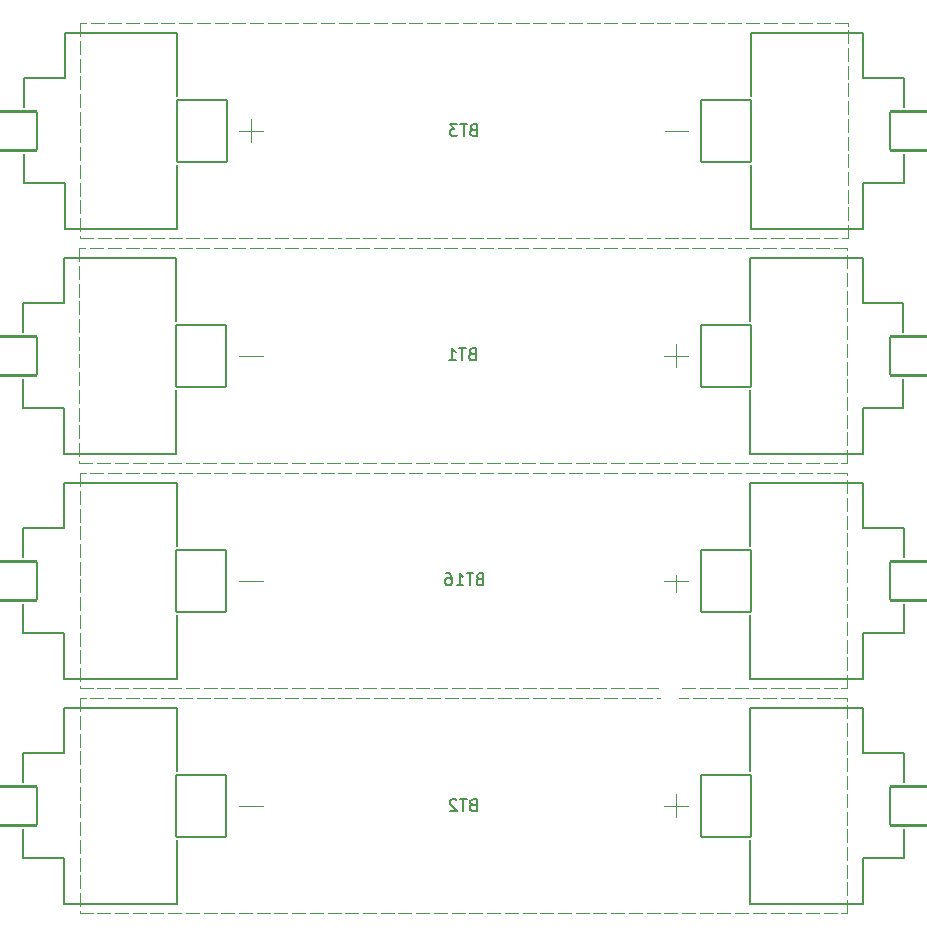
<source format=gbo>
G04 #@! TF.GenerationSoftware,KiCad,Pcbnew,8.0.3*
G04 #@! TF.CreationDate,2025-02-01T16:40:27-06:00*
G04 #@! TF.ProjectId,Batt_Boardv1,42617474-5f42-46f6-9172-6476312e6b69,rev?*
G04 #@! TF.SameCoordinates,Original*
G04 #@! TF.FileFunction,Legend,Bot*
G04 #@! TF.FilePolarity,Positive*
%FSLAX46Y46*%
G04 Gerber Fmt 4.6, Leading zero omitted, Abs format (unit mm)*
G04 Created by KiCad (PCBNEW 8.0.3) date 2025-02-01 16:40:27*
%MOMM*%
%LPD*%
G01*
G04 APERTURE LIST*
G04 Aperture macros list*
%AMRoundRect*
0 Rectangle with rounded corners*
0 $1 Rounding radius*
0 $2 $3 $4 $5 $6 $7 $8 $9 X,Y pos of 4 corners*
0 Add a 4 corners polygon primitive as box body*
4,1,4,$2,$3,$4,$5,$6,$7,$8,$9,$2,$3,0*
0 Add four circle primitives for the rounded corners*
1,1,$1+$1,$2,$3*
1,1,$1+$1,$4,$5*
1,1,$1+$1,$6,$7*
1,1,$1+$1,$8,$9*
0 Add four rect primitives between the rounded corners*
20,1,$1+$1,$2,$3,$4,$5,0*
20,1,$1+$1,$4,$5,$6,$7,0*
20,1,$1+$1,$6,$7,$8,$9,0*
20,1,$1+$1,$8,$9,$2,$3,0*%
G04 Aperture macros list end*
%ADD10C,0.150000*%
%ADD11C,0.127000*%
%ADD12C,0.100000*%
%ADD13C,3.600000*%
%ADD14C,6.400000*%
%ADD15C,2.000000*%
%ADD16R,1.700000X1.700000*%
%ADD17O,1.700000X1.700000*%
%ADD18RoundRect,0.102000X2.120000X1.650000X-2.120000X1.650000X-2.120000X-1.650000X2.120000X-1.650000X0*%
%ADD19RoundRect,0.102000X2.120000X2.600000X-2.120000X2.600000X-2.120000X-2.600000X2.120000X-2.600000X0*%
%ADD20RoundRect,0.102000X-2.120000X-2.600000X2.120000X-2.600000X2.120000X2.600000X-2.120000X2.600000X0*%
%ADD21RoundRect,0.102000X-2.120000X-1.650000X2.120000X-1.650000X2.120000X1.650000X-2.120000X1.650000X0*%
G04 APERTURE END LIST*
D10*
X145593587Y-74226009D02*
X145450730Y-74273628D01*
X145450730Y-74273628D02*
X145403111Y-74321247D01*
X145403111Y-74321247D02*
X145355492Y-74416485D01*
X145355492Y-74416485D02*
X145355492Y-74559342D01*
X145355492Y-74559342D02*
X145403111Y-74654580D01*
X145403111Y-74654580D02*
X145450730Y-74702200D01*
X145450730Y-74702200D02*
X145545968Y-74749819D01*
X145545968Y-74749819D02*
X145926920Y-74749819D01*
X145926920Y-74749819D02*
X145926920Y-73749819D01*
X145926920Y-73749819D02*
X145593587Y-73749819D01*
X145593587Y-73749819D02*
X145498349Y-73797438D01*
X145498349Y-73797438D02*
X145450730Y-73845057D01*
X145450730Y-73845057D02*
X145403111Y-73940295D01*
X145403111Y-73940295D02*
X145403111Y-74035533D01*
X145403111Y-74035533D02*
X145450730Y-74130771D01*
X145450730Y-74130771D02*
X145498349Y-74178390D01*
X145498349Y-74178390D02*
X145593587Y-74226009D01*
X145593587Y-74226009D02*
X145926920Y-74226009D01*
X145069777Y-73749819D02*
X144498349Y-73749819D01*
X144784063Y-74749819D02*
X144784063Y-73749819D01*
X144260253Y-73749819D02*
X143641206Y-73749819D01*
X143641206Y-73749819D02*
X143974539Y-74130771D01*
X143974539Y-74130771D02*
X143831682Y-74130771D01*
X143831682Y-74130771D02*
X143736444Y-74178390D01*
X143736444Y-74178390D02*
X143688825Y-74226009D01*
X143688825Y-74226009D02*
X143641206Y-74321247D01*
X143641206Y-74321247D02*
X143641206Y-74559342D01*
X143641206Y-74559342D02*
X143688825Y-74654580D01*
X143688825Y-74654580D02*
X143736444Y-74702200D01*
X143736444Y-74702200D02*
X143831682Y-74749819D01*
X143831682Y-74749819D02*
X144117396Y-74749819D01*
X144117396Y-74749819D02*
X144212634Y-74702200D01*
X144212634Y-74702200D02*
X144260253Y-74654580D01*
X145565714Y-131376009D02*
X145422857Y-131423628D01*
X145422857Y-131423628D02*
X145375238Y-131471247D01*
X145375238Y-131471247D02*
X145327619Y-131566485D01*
X145327619Y-131566485D02*
X145327619Y-131709342D01*
X145327619Y-131709342D02*
X145375238Y-131804580D01*
X145375238Y-131804580D02*
X145422857Y-131852200D01*
X145422857Y-131852200D02*
X145518095Y-131899819D01*
X145518095Y-131899819D02*
X145899047Y-131899819D01*
X145899047Y-131899819D02*
X145899047Y-130899819D01*
X145899047Y-130899819D02*
X145565714Y-130899819D01*
X145565714Y-130899819D02*
X145470476Y-130947438D01*
X145470476Y-130947438D02*
X145422857Y-130995057D01*
X145422857Y-130995057D02*
X145375238Y-131090295D01*
X145375238Y-131090295D02*
X145375238Y-131185533D01*
X145375238Y-131185533D02*
X145422857Y-131280771D01*
X145422857Y-131280771D02*
X145470476Y-131328390D01*
X145470476Y-131328390D02*
X145565714Y-131376009D01*
X145565714Y-131376009D02*
X145899047Y-131376009D01*
X145041904Y-130899819D02*
X144470476Y-130899819D01*
X144756190Y-131899819D02*
X144756190Y-130899819D01*
X144184761Y-130995057D02*
X144137142Y-130947438D01*
X144137142Y-130947438D02*
X144041904Y-130899819D01*
X144041904Y-130899819D02*
X143803809Y-130899819D01*
X143803809Y-130899819D02*
X143708571Y-130947438D01*
X143708571Y-130947438D02*
X143660952Y-130995057D01*
X143660952Y-130995057D02*
X143613333Y-131090295D01*
X143613333Y-131090295D02*
X143613333Y-131185533D01*
X143613333Y-131185533D02*
X143660952Y-131328390D01*
X143660952Y-131328390D02*
X144232380Y-131899819D01*
X144232380Y-131899819D02*
X143613333Y-131899819D01*
X146143504Y-112249809D02*
X146000647Y-112297428D01*
X146000647Y-112297428D02*
X145953028Y-112345047D01*
X145953028Y-112345047D02*
X145905409Y-112440285D01*
X145905409Y-112440285D02*
X145905409Y-112583142D01*
X145905409Y-112583142D02*
X145953028Y-112678380D01*
X145953028Y-112678380D02*
X146000647Y-112726000D01*
X146000647Y-112726000D02*
X146095885Y-112773619D01*
X146095885Y-112773619D02*
X146476837Y-112773619D01*
X146476837Y-112773619D02*
X146476837Y-111773619D01*
X146476837Y-111773619D02*
X146143504Y-111773619D01*
X146143504Y-111773619D02*
X146048266Y-111821238D01*
X146048266Y-111821238D02*
X146000647Y-111868857D01*
X146000647Y-111868857D02*
X145953028Y-111964095D01*
X145953028Y-111964095D02*
X145953028Y-112059333D01*
X145953028Y-112059333D02*
X146000647Y-112154571D01*
X146000647Y-112154571D02*
X146048266Y-112202190D01*
X146048266Y-112202190D02*
X146143504Y-112249809D01*
X146143504Y-112249809D02*
X146476837Y-112249809D01*
X145619694Y-111773619D02*
X145048266Y-111773619D01*
X145333980Y-112773619D02*
X145333980Y-111773619D01*
X144191123Y-112773619D02*
X144762551Y-112773619D01*
X144476837Y-112773619D02*
X144476837Y-111773619D01*
X144476837Y-111773619D02*
X144572075Y-111916476D01*
X144572075Y-111916476D02*
X144667313Y-112011714D01*
X144667313Y-112011714D02*
X144762551Y-112059333D01*
X143333980Y-111773619D02*
X143524456Y-111773619D01*
X143524456Y-111773619D02*
X143619694Y-111821238D01*
X143619694Y-111821238D02*
X143667313Y-111868857D01*
X143667313Y-111868857D02*
X143762551Y-112011714D01*
X143762551Y-112011714D02*
X143810170Y-112202190D01*
X143810170Y-112202190D02*
X143810170Y-112583142D01*
X143810170Y-112583142D02*
X143762551Y-112678380D01*
X143762551Y-112678380D02*
X143714932Y-112726000D01*
X143714932Y-112726000D02*
X143619694Y-112773619D01*
X143619694Y-112773619D02*
X143429218Y-112773619D01*
X143429218Y-112773619D02*
X143333980Y-112726000D01*
X143333980Y-112726000D02*
X143286361Y-112678380D01*
X143286361Y-112678380D02*
X143238742Y-112583142D01*
X143238742Y-112583142D02*
X143238742Y-112345047D01*
X143238742Y-112345047D02*
X143286361Y-112249809D01*
X143286361Y-112249809D02*
X143333980Y-112202190D01*
X143333980Y-112202190D02*
X143429218Y-112154571D01*
X143429218Y-112154571D02*
X143619694Y-112154571D01*
X143619694Y-112154571D02*
X143714932Y-112202190D01*
X143714932Y-112202190D02*
X143762551Y-112249809D01*
X143762551Y-112249809D02*
X143810170Y-112345047D01*
X145489514Y-93199809D02*
X145346657Y-93247428D01*
X145346657Y-93247428D02*
X145299038Y-93295047D01*
X145299038Y-93295047D02*
X145251419Y-93390285D01*
X145251419Y-93390285D02*
X145251419Y-93533142D01*
X145251419Y-93533142D02*
X145299038Y-93628380D01*
X145299038Y-93628380D02*
X145346657Y-93676000D01*
X145346657Y-93676000D02*
X145441895Y-93723619D01*
X145441895Y-93723619D02*
X145822847Y-93723619D01*
X145822847Y-93723619D02*
X145822847Y-92723619D01*
X145822847Y-92723619D02*
X145489514Y-92723619D01*
X145489514Y-92723619D02*
X145394276Y-92771238D01*
X145394276Y-92771238D02*
X145346657Y-92818857D01*
X145346657Y-92818857D02*
X145299038Y-92914095D01*
X145299038Y-92914095D02*
X145299038Y-93009333D01*
X145299038Y-93009333D02*
X145346657Y-93104571D01*
X145346657Y-93104571D02*
X145394276Y-93152190D01*
X145394276Y-93152190D02*
X145489514Y-93199809D01*
X145489514Y-93199809D02*
X145822847Y-93199809D01*
X144965704Y-92723619D02*
X144394276Y-92723619D01*
X144679990Y-93723619D02*
X144679990Y-92723619D01*
X143537133Y-93723619D02*
X144108561Y-93723619D01*
X143822847Y-93723619D02*
X143822847Y-92723619D01*
X143822847Y-92723619D02*
X143918085Y-92866476D01*
X143918085Y-92866476D02*
X144013323Y-92961714D01*
X144013323Y-92961714D02*
X144108561Y-93009333D01*
D11*
X107539230Y-69850000D02*
X111009230Y-69850000D01*
X107539230Y-72325000D02*
X107539230Y-69850000D01*
X107539230Y-76265000D02*
X107539230Y-78740000D01*
X111009230Y-65990000D02*
X120539230Y-65990000D01*
X111009230Y-69850000D02*
X111009230Y-65990000D01*
X111009230Y-78740000D02*
X107539230Y-78740000D01*
X111009230Y-82600000D02*
X111009230Y-78740000D01*
X120539230Y-65990000D02*
X120539230Y-71375000D01*
X120539230Y-77215000D02*
X120539230Y-82600000D01*
X120539230Y-82600000D02*
X111009230Y-82600000D01*
D12*
X126807873Y-73295000D02*
X126807873Y-75295000D01*
X127807873Y-74295000D02*
X125807873Y-74295000D01*
X163807873Y-74295000D02*
X161807873Y-74295000D01*
D11*
X169101542Y-65987424D02*
X178631542Y-65987424D01*
X169101542Y-71372424D02*
X169101542Y-65987424D01*
X169101542Y-82597424D02*
X169101542Y-77212424D01*
X178631542Y-65987424D02*
X178631542Y-69847424D01*
X178631542Y-69847424D02*
X182101542Y-69847424D01*
X178631542Y-78737424D02*
X178631542Y-82597424D01*
X178631542Y-82597424D02*
X169101542Y-82597424D01*
X182101542Y-72322424D02*
X182101542Y-69847424D01*
X182101542Y-76262424D02*
X182101542Y-78737424D01*
X182101542Y-78737424D02*
X178631542Y-78737424D01*
D12*
X177307873Y-65195000D02*
X176207873Y-65195000D01*
X175807873Y-65195000D02*
X174707873Y-65195000D01*
X174307873Y-65195000D02*
X173207873Y-65195000D01*
X172807873Y-65195000D02*
X171707873Y-65195000D01*
X171307873Y-65195000D02*
X170207873Y-65195000D01*
X169807873Y-65195000D02*
X168707873Y-65195000D01*
X168307873Y-65195000D02*
X167207873Y-65195000D01*
X166807873Y-65195000D02*
X165707873Y-65195000D01*
X165307873Y-65195000D02*
X164207873Y-65195000D01*
X163807873Y-65195000D02*
X162707873Y-65195000D01*
X162307873Y-65195000D02*
X161207873Y-65195000D01*
X160807873Y-65195000D02*
X159707873Y-65195000D01*
X159307873Y-65195000D02*
X158207873Y-65195000D01*
X157807873Y-65195000D02*
X156707873Y-65195000D01*
X156307873Y-65195000D02*
X155207873Y-65195000D01*
X154807873Y-65195000D02*
X153707873Y-65195000D01*
X153307873Y-65195000D02*
X152207873Y-65195000D01*
X151807873Y-65195000D02*
X150707873Y-65195000D01*
X150307873Y-65195000D02*
X149207873Y-65195000D01*
X148807873Y-65195000D02*
X147707873Y-65195000D01*
X147307873Y-65195000D02*
X146207873Y-65195000D01*
X145807873Y-65195000D02*
X144707873Y-65195000D01*
X144307873Y-65195000D02*
X143207873Y-65195000D01*
X142807873Y-65195000D02*
X141707873Y-65195000D01*
X141307873Y-65195000D02*
X140207873Y-65195000D01*
X139807873Y-65195000D02*
X138707873Y-65195000D01*
X138307873Y-65195000D02*
X137207873Y-65195000D01*
X136807873Y-65195000D02*
X135707873Y-65195000D01*
X135307873Y-65195000D02*
X134207873Y-65195000D01*
X133807873Y-65195000D02*
X132707873Y-65195000D01*
X132307873Y-65195000D02*
X131207873Y-65195000D01*
X130807873Y-65195000D02*
X129707873Y-65195000D01*
X129307873Y-65195000D02*
X128207873Y-65195000D01*
X127807873Y-65195000D02*
X126707873Y-65195000D01*
X126307873Y-65195000D02*
X125207873Y-65195000D01*
X124807873Y-65195000D02*
X123707873Y-65195000D01*
X123307873Y-65195000D02*
X122207873Y-65195000D01*
X121807873Y-65195000D02*
X120707873Y-65195000D01*
X120307873Y-65195000D02*
X119207873Y-65195000D01*
X118807873Y-65195000D02*
X117707873Y-65195000D01*
X117307873Y-65195000D02*
X116207873Y-65195000D01*
X115807873Y-65195000D02*
X114707873Y-65195000D01*
X114307873Y-65195000D02*
X113207873Y-65195000D01*
X112807873Y-65195000D02*
X112307873Y-65195000D01*
X112307873Y-65195000D02*
X112307873Y-66295000D01*
X112307873Y-66695000D02*
X112307873Y-67795000D01*
X112307873Y-68195000D02*
X112307873Y-69295000D01*
X112307873Y-69695000D02*
X112307873Y-70795000D01*
X112307873Y-71195000D02*
X112307873Y-72295000D01*
X112307873Y-72695000D02*
X112307873Y-73795000D01*
X112307873Y-74195000D02*
X112307873Y-75295000D01*
X112307873Y-75695000D02*
X112307873Y-76795000D01*
X112307873Y-77195000D02*
X112307873Y-78295000D01*
X112307873Y-78695000D02*
X112307873Y-79795000D01*
X112307873Y-80195000D02*
X112307873Y-81295000D01*
X112307873Y-81695000D02*
X112307873Y-82795000D01*
X112307873Y-83195000D02*
X112307873Y-83395000D01*
X112307873Y-83395000D02*
X113407873Y-83395000D01*
X113807873Y-83395000D02*
X114907873Y-83395000D01*
X115307873Y-83395000D02*
X116407873Y-83395000D01*
X116807873Y-83395000D02*
X117907873Y-83395000D01*
X118307873Y-83395000D02*
X119407873Y-83395000D01*
X119807873Y-83395000D02*
X120907873Y-83395000D01*
X121307873Y-83395000D02*
X122407873Y-83395000D01*
X122807873Y-83395000D02*
X123907873Y-83395000D01*
X124307873Y-83395000D02*
X125407873Y-83395000D01*
X125807873Y-83395000D02*
X126907873Y-83395000D01*
X127307873Y-83395000D02*
X128407873Y-83395000D01*
X128807873Y-83395000D02*
X129907873Y-83395000D01*
X130307873Y-83395000D02*
X131407873Y-83395000D01*
X131807873Y-83395000D02*
X132907873Y-83395000D01*
X133307873Y-83395000D02*
X134407873Y-83395000D01*
X134807873Y-83395000D02*
X135907873Y-83395000D01*
X136307873Y-83395000D02*
X137407873Y-83395000D01*
X137807873Y-83395000D02*
X138907873Y-83395000D01*
X139307873Y-83395000D02*
X140407873Y-83395000D01*
X140807873Y-83395000D02*
X141907873Y-83395000D01*
X142307873Y-83395000D02*
X143407873Y-83395000D01*
X143807873Y-83395000D02*
X144907873Y-83395000D01*
X145307873Y-83395000D02*
X146407873Y-83395000D01*
X146807873Y-83395000D02*
X147907873Y-83395000D01*
X148307873Y-83395000D02*
X149407873Y-83395000D01*
X149807873Y-83395000D02*
X150907873Y-83395000D01*
X151307873Y-83395000D02*
X152407873Y-83395000D01*
X152807873Y-83395000D02*
X153907873Y-83395000D01*
X154307873Y-83395000D02*
X155407873Y-83395000D01*
X155807873Y-83395000D02*
X156907873Y-83395000D01*
X157307873Y-83395000D02*
X158407873Y-83395000D01*
X158807873Y-83395000D02*
X159907873Y-83395000D01*
X160307873Y-83395000D02*
X161407873Y-83395000D01*
X161807873Y-83395000D02*
X162907873Y-83395000D01*
X163307873Y-83395000D02*
X164407873Y-83395000D01*
X164807873Y-83395000D02*
X165907873Y-83395000D01*
X166307873Y-83395000D02*
X167407873Y-83395000D01*
X167807873Y-83395000D02*
X168907873Y-83395000D01*
X169307873Y-83395000D02*
X170407873Y-83395000D01*
X170807873Y-83395000D02*
X171907873Y-83395000D01*
X172307873Y-83395000D02*
X173407873Y-83395000D01*
X173807873Y-83395000D02*
X174907873Y-83395000D01*
X175307873Y-83395000D02*
X176407873Y-83395000D01*
X176807873Y-83395000D02*
X177307873Y-83395000D01*
X177307873Y-83395000D02*
X177307873Y-82295000D01*
X177307873Y-81895000D02*
X177307873Y-80795000D01*
X177307873Y-80395000D02*
X177307873Y-79295000D01*
X177307873Y-78895000D02*
X177307873Y-77795000D01*
X177307873Y-77395000D02*
X177307873Y-76295000D01*
X177307873Y-75895000D02*
X177307873Y-74795000D01*
X177307873Y-74395000D02*
X177307873Y-73295000D01*
X177307873Y-72895000D02*
X177307873Y-71795000D01*
X177307873Y-71395000D02*
X177307873Y-70295000D01*
X177307873Y-69895000D02*
X177307873Y-68795000D01*
X177307873Y-68395000D02*
X177307873Y-67295000D01*
X177307873Y-66895000D02*
X177307873Y-65795000D01*
X177307873Y-65395000D02*
X177307873Y-65195000D01*
D11*
X107486331Y-127002576D02*
X110956331Y-127002576D01*
X107486331Y-129477576D02*
X107486331Y-127002576D01*
X107486331Y-133417576D02*
X107486331Y-135892576D01*
X110956331Y-123142576D02*
X120486331Y-123142576D01*
X110956331Y-127002576D02*
X110956331Y-123142576D01*
X110956331Y-135892576D02*
X107486331Y-135892576D01*
X110956331Y-139752576D02*
X110956331Y-135892576D01*
X120486331Y-123142576D02*
X120486331Y-128527576D01*
X120486331Y-134367576D02*
X120486331Y-139752576D01*
X120486331Y-139752576D02*
X110956331Y-139752576D01*
D12*
X125780000Y-131445000D02*
X127780000Y-131445000D01*
X161780000Y-131445000D02*
X163780000Y-131445000D01*
X162780000Y-132445000D02*
X162780000Y-130445000D01*
D11*
X169048643Y-123140000D02*
X178578643Y-123140000D01*
X169048643Y-128525000D02*
X169048643Y-123140000D01*
X169048643Y-139750000D02*
X169048643Y-134365000D01*
X178578643Y-123140000D02*
X178578643Y-127000000D01*
X178578643Y-127000000D02*
X182048643Y-127000000D01*
X178578643Y-135890000D02*
X178578643Y-139750000D01*
X178578643Y-139750000D02*
X169048643Y-139750000D01*
X182048643Y-129475000D02*
X182048643Y-127000000D01*
X182048643Y-133415000D02*
X182048643Y-135890000D01*
X182048643Y-135890000D02*
X178578643Y-135890000D01*
D12*
X112280000Y-140545000D02*
X113380000Y-140545000D01*
X113780000Y-140545000D02*
X114880000Y-140545000D01*
X115280000Y-140545000D02*
X116380000Y-140545000D01*
X116780000Y-140545000D02*
X117880000Y-140545000D01*
X118280000Y-140545000D02*
X119380000Y-140545000D01*
X119780000Y-140545000D02*
X120880000Y-140545000D01*
X121280000Y-140545000D02*
X122380000Y-140545000D01*
X122780000Y-140545000D02*
X123880000Y-140545000D01*
X124280000Y-140545000D02*
X125380000Y-140545000D01*
X125780000Y-140545000D02*
X126880000Y-140545000D01*
X127280000Y-140545000D02*
X128380000Y-140545000D01*
X128780000Y-140545000D02*
X129880000Y-140545000D01*
X130280000Y-140545000D02*
X131380000Y-140545000D01*
X131780000Y-140545000D02*
X132880000Y-140545000D01*
X133280000Y-140545000D02*
X134380000Y-140545000D01*
X134780000Y-140545000D02*
X135880000Y-140545000D01*
X136280000Y-140545000D02*
X137380000Y-140545000D01*
X137780000Y-140545000D02*
X138880000Y-140545000D01*
X139280000Y-140545000D02*
X140380000Y-140545000D01*
X140780000Y-140545000D02*
X141880000Y-140545000D01*
X142280000Y-140545000D02*
X143380000Y-140545000D01*
X143780000Y-140545000D02*
X144880000Y-140545000D01*
X145280000Y-140545000D02*
X146380000Y-140545000D01*
X146780000Y-140545000D02*
X147880000Y-140545000D01*
X148280000Y-140545000D02*
X149380000Y-140545000D01*
X149780000Y-140545000D02*
X150880000Y-140545000D01*
X151280000Y-140545000D02*
X152380000Y-140545000D01*
X152780000Y-140545000D02*
X153880000Y-140545000D01*
X154280000Y-140545000D02*
X155380000Y-140545000D01*
X155780000Y-140545000D02*
X156880000Y-140545000D01*
X157280000Y-140545000D02*
X158380000Y-140545000D01*
X158780000Y-140545000D02*
X159880000Y-140545000D01*
X160280000Y-140545000D02*
X161380000Y-140545000D01*
X161780000Y-140545000D02*
X162880000Y-140545000D01*
X163280000Y-140545000D02*
X164380000Y-140545000D01*
X164780000Y-140545000D02*
X165880000Y-140545000D01*
X166280000Y-140545000D02*
X167380000Y-140545000D01*
X167780000Y-140545000D02*
X168880000Y-140545000D01*
X169280000Y-140545000D02*
X170380000Y-140545000D01*
X170780000Y-140545000D02*
X171880000Y-140545000D01*
X172280000Y-140545000D02*
X173380000Y-140545000D01*
X173780000Y-140545000D02*
X174880000Y-140545000D01*
X175280000Y-140545000D02*
X176380000Y-140545000D01*
X176780000Y-140545000D02*
X177280000Y-140545000D01*
X177280000Y-140545000D02*
X177280000Y-139445000D01*
X177280000Y-139045000D02*
X177280000Y-137945000D01*
X177280000Y-137545000D02*
X177280000Y-136445000D01*
X177280000Y-136045000D02*
X177280000Y-134945000D01*
X177280000Y-134545000D02*
X177280000Y-133445000D01*
X177280000Y-133045000D02*
X177280000Y-131945000D01*
X177280000Y-131545000D02*
X177280000Y-130445000D01*
X177280000Y-130045000D02*
X177280000Y-128945000D01*
X177280000Y-128545000D02*
X177280000Y-127445000D01*
X177280000Y-127045000D02*
X177280000Y-125945000D01*
X177280000Y-125545000D02*
X177280000Y-124445000D01*
X177280000Y-124045000D02*
X177280000Y-122945000D01*
X177280000Y-122545000D02*
X177280000Y-122345000D01*
X177280000Y-122345000D02*
X176180000Y-122345000D01*
X175780000Y-122345000D02*
X174680000Y-122345000D01*
X174280000Y-122345000D02*
X173180000Y-122345000D01*
X172780000Y-122345000D02*
X171680000Y-122345000D01*
X171280000Y-122345000D02*
X170180000Y-122345000D01*
X169780000Y-122345000D02*
X168680000Y-122345000D01*
X168280000Y-122345000D02*
X167180000Y-122345000D01*
X166780000Y-122345000D02*
X165680000Y-122345000D01*
X165280000Y-122345000D02*
X164180000Y-122345000D01*
X163780000Y-122345000D02*
X162680000Y-122345000D01*
X162280000Y-122345000D02*
X161180000Y-122345000D01*
X160780000Y-122345000D02*
X159680000Y-122345000D01*
X159280000Y-122345000D02*
X158180000Y-122345000D01*
X157780000Y-122345000D02*
X156680000Y-122345000D01*
X156280000Y-122345000D02*
X155180000Y-122345000D01*
X154780000Y-122345000D02*
X153680000Y-122345000D01*
X153280000Y-122345000D02*
X152180000Y-122345000D01*
X151780000Y-122345000D02*
X150680000Y-122345000D01*
X150280000Y-122345000D02*
X149180000Y-122345000D01*
X148780000Y-122345000D02*
X147680000Y-122345000D01*
X147280000Y-122345000D02*
X146180000Y-122345000D01*
X145780000Y-122345000D02*
X144680000Y-122345000D01*
X144280000Y-122345000D02*
X143180000Y-122345000D01*
X142780000Y-122345000D02*
X141680000Y-122345000D01*
X141280000Y-122345000D02*
X140180000Y-122345000D01*
X139780000Y-122345000D02*
X138680000Y-122345000D01*
X138280000Y-122345000D02*
X137180000Y-122345000D01*
X136780000Y-122345000D02*
X135680000Y-122345000D01*
X135280000Y-122345000D02*
X134180000Y-122345000D01*
X133780000Y-122345000D02*
X132680000Y-122345000D01*
X132280000Y-122345000D02*
X131180000Y-122345000D01*
X130780000Y-122345000D02*
X129680000Y-122345000D01*
X129280000Y-122345000D02*
X128180000Y-122345000D01*
X127780000Y-122345000D02*
X126680000Y-122345000D01*
X126280000Y-122345000D02*
X125180000Y-122345000D01*
X124780000Y-122345000D02*
X123680000Y-122345000D01*
X123280000Y-122345000D02*
X122180000Y-122345000D01*
X121780000Y-122345000D02*
X120680000Y-122345000D01*
X120280000Y-122345000D02*
X119180000Y-122345000D01*
X118780000Y-122345000D02*
X117680000Y-122345000D01*
X117280000Y-122345000D02*
X116180000Y-122345000D01*
X115780000Y-122345000D02*
X114680000Y-122345000D01*
X114280000Y-122345000D02*
X113180000Y-122345000D01*
X112780000Y-122345000D02*
X112280000Y-122345000D01*
X112280000Y-122345000D02*
X112280000Y-123445000D01*
X112280000Y-123845000D02*
X112280000Y-124945000D01*
X112280000Y-125345000D02*
X112280000Y-126445000D01*
X112280000Y-126845000D02*
X112280000Y-127945000D01*
X112280000Y-128345000D02*
X112280000Y-129445000D01*
X112280000Y-129845000D02*
X112280000Y-130945000D01*
X112280000Y-131345000D02*
X112280000Y-132445000D01*
X112280000Y-132845000D02*
X112280000Y-133945000D01*
X112280000Y-134345000D02*
X112280000Y-135445000D01*
X112280000Y-135845000D02*
X112280000Y-136945000D01*
X112280000Y-137345000D02*
X112280000Y-138445000D01*
X112280000Y-138845000D02*
X112280000Y-139945000D01*
X112280000Y-140345000D02*
X112280000Y-140545000D01*
D11*
X107487794Y-107950000D02*
X110957794Y-107950000D01*
X107487794Y-110425000D02*
X107487794Y-107950000D01*
X107487794Y-114365000D02*
X107487794Y-116840000D01*
X110957794Y-104090000D02*
X120487794Y-104090000D01*
X110957794Y-107950000D02*
X110957794Y-104090000D01*
X110957794Y-116840000D02*
X107487794Y-116840000D01*
X110957794Y-120700000D02*
X110957794Y-116840000D01*
X120487794Y-104090000D02*
X120487794Y-109475000D01*
X120487794Y-115315000D02*
X120487794Y-120700000D01*
X120487794Y-120700000D02*
X110957794Y-120700000D01*
D12*
X125781463Y-112392424D02*
X127781463Y-112392424D01*
X161781463Y-112392424D02*
X163781463Y-112392424D01*
X162781463Y-113392424D02*
X162781463Y-111392424D01*
D11*
X169050106Y-104087424D02*
X178580106Y-104087424D01*
X169050106Y-109472424D02*
X169050106Y-104087424D01*
X169050106Y-120697424D02*
X169050106Y-115312424D01*
X178580106Y-104087424D02*
X178580106Y-107947424D01*
X178580106Y-107947424D02*
X182050106Y-107947424D01*
X178580106Y-116837424D02*
X178580106Y-120697424D01*
X178580106Y-120697424D02*
X169050106Y-120697424D01*
X182050106Y-110422424D02*
X182050106Y-107947424D01*
X182050106Y-114362424D02*
X182050106Y-116837424D01*
X182050106Y-116837424D02*
X178580106Y-116837424D01*
D12*
X112281463Y-121492424D02*
X113381463Y-121492424D01*
X113781463Y-121492424D02*
X114881463Y-121492424D01*
X115281463Y-121492424D02*
X116381463Y-121492424D01*
X116781463Y-121492424D02*
X117881463Y-121492424D01*
X118281463Y-121492424D02*
X119381463Y-121492424D01*
X119781463Y-121492424D02*
X120881463Y-121492424D01*
X121281463Y-121492424D02*
X122381463Y-121492424D01*
X122781463Y-121492424D02*
X123881463Y-121492424D01*
X124281463Y-121492424D02*
X125381463Y-121492424D01*
X125781463Y-121492424D02*
X126881463Y-121492424D01*
X127281463Y-121492424D02*
X128381463Y-121492424D01*
X128781463Y-121492424D02*
X129881463Y-121492424D01*
X130281463Y-121492424D02*
X131381463Y-121492424D01*
X131781463Y-121492424D02*
X132881463Y-121492424D01*
X133281463Y-121492424D02*
X134381463Y-121492424D01*
X134781463Y-121492424D02*
X135881463Y-121492424D01*
X136281463Y-121492424D02*
X137381463Y-121492424D01*
X137781463Y-121492424D02*
X138881463Y-121492424D01*
X139281463Y-121492424D02*
X140381463Y-121492424D01*
X140781463Y-121492424D02*
X141881463Y-121492424D01*
X142281463Y-121492424D02*
X143381463Y-121492424D01*
X143781463Y-121492424D02*
X144881463Y-121492424D01*
X145281463Y-121492424D02*
X146381463Y-121492424D01*
X146781463Y-121492424D02*
X147881463Y-121492424D01*
X148281463Y-121492424D02*
X149381463Y-121492424D01*
X149781463Y-121492424D02*
X150881463Y-121492424D01*
X151281463Y-121492424D02*
X152381463Y-121492424D01*
X152781463Y-121492424D02*
X153881463Y-121492424D01*
X154281463Y-121492424D02*
X155381463Y-121492424D01*
X155781463Y-121492424D02*
X156881463Y-121492424D01*
X157281463Y-121492424D02*
X158381463Y-121492424D01*
X158781463Y-121492424D02*
X159881463Y-121492424D01*
X160281463Y-121492424D02*
X161381463Y-121492424D01*
X161781463Y-121492424D02*
X162881463Y-121492424D01*
X163281463Y-121492424D02*
X164381463Y-121492424D01*
X164781463Y-121492424D02*
X165881463Y-121492424D01*
X166281463Y-121492424D02*
X167381463Y-121492424D01*
X167781463Y-121492424D02*
X168881463Y-121492424D01*
X169281463Y-121492424D02*
X170381463Y-121492424D01*
X170781463Y-121492424D02*
X171881463Y-121492424D01*
X172281463Y-121492424D02*
X173381463Y-121492424D01*
X173781463Y-121492424D02*
X174881463Y-121492424D01*
X175281463Y-121492424D02*
X176381463Y-121492424D01*
X176781463Y-121492424D02*
X177281463Y-121492424D01*
X177281463Y-121492424D02*
X177281463Y-120392424D01*
X177281463Y-119992424D02*
X177281463Y-118892424D01*
X177281463Y-118492424D02*
X177281463Y-117392424D01*
X177281463Y-116992424D02*
X177281463Y-115892424D01*
X177281463Y-115492424D02*
X177281463Y-114392424D01*
X177281463Y-113992424D02*
X177281463Y-112892424D01*
X177281463Y-112492424D02*
X177281463Y-111392424D01*
X177281463Y-110992424D02*
X177281463Y-109892424D01*
X177281463Y-109492424D02*
X177281463Y-108392424D01*
X177281463Y-107992424D02*
X177281463Y-106892424D01*
X177281463Y-106492424D02*
X177281463Y-105392424D01*
X177281463Y-104992424D02*
X177281463Y-103892424D01*
X177281463Y-103492424D02*
X177281463Y-103292424D01*
X177281463Y-103292424D02*
X176181463Y-103292424D01*
X175781463Y-103292424D02*
X174681463Y-103292424D01*
X174281463Y-103292424D02*
X173181463Y-103292424D01*
X172781463Y-103292424D02*
X171681463Y-103292424D01*
X171281463Y-103292424D02*
X170181463Y-103292424D01*
X169781463Y-103292424D02*
X168681463Y-103292424D01*
X168281463Y-103292424D02*
X167181463Y-103292424D01*
X166781463Y-103292424D02*
X165681463Y-103292424D01*
X165281463Y-103292424D02*
X164181463Y-103292424D01*
X163781463Y-103292424D02*
X162681463Y-103292424D01*
X162281463Y-103292424D02*
X161181463Y-103292424D01*
X160781463Y-103292424D02*
X159681463Y-103292424D01*
X159281463Y-103292424D02*
X158181463Y-103292424D01*
X157781463Y-103292424D02*
X156681463Y-103292424D01*
X156281463Y-103292424D02*
X155181463Y-103292424D01*
X154781463Y-103292424D02*
X153681463Y-103292424D01*
X153281463Y-103292424D02*
X152181463Y-103292424D01*
X151781463Y-103292424D02*
X150681463Y-103292424D01*
X150281463Y-103292424D02*
X149181463Y-103292424D01*
X148781463Y-103292424D02*
X147681463Y-103292424D01*
X147281463Y-103292424D02*
X146181463Y-103292424D01*
X145781463Y-103292424D02*
X144681463Y-103292424D01*
X144281463Y-103292424D02*
X143181463Y-103292424D01*
X142781463Y-103292424D02*
X141681463Y-103292424D01*
X141281463Y-103292424D02*
X140181463Y-103292424D01*
X139781463Y-103292424D02*
X138681463Y-103292424D01*
X138281463Y-103292424D02*
X137181463Y-103292424D01*
X136781463Y-103292424D02*
X135681463Y-103292424D01*
X135281463Y-103292424D02*
X134181463Y-103292424D01*
X133781463Y-103292424D02*
X132681463Y-103292424D01*
X132281463Y-103292424D02*
X131181463Y-103292424D01*
X130781463Y-103292424D02*
X129681463Y-103292424D01*
X129281463Y-103292424D02*
X128181463Y-103292424D01*
X127781463Y-103292424D02*
X126681463Y-103292424D01*
X126281463Y-103292424D02*
X125181463Y-103292424D01*
X124781463Y-103292424D02*
X123681463Y-103292424D01*
X123281463Y-103292424D02*
X122181463Y-103292424D01*
X121781463Y-103292424D02*
X120681463Y-103292424D01*
X120281463Y-103292424D02*
X119181463Y-103292424D01*
X118781463Y-103292424D02*
X117681463Y-103292424D01*
X117281463Y-103292424D02*
X116181463Y-103292424D01*
X115781463Y-103292424D02*
X114681463Y-103292424D01*
X114281463Y-103292424D02*
X113181463Y-103292424D01*
X112781463Y-103292424D02*
X112281463Y-103292424D01*
X112281463Y-103292424D02*
X112281463Y-104392424D01*
X112281463Y-104792424D02*
X112281463Y-105892424D01*
X112281463Y-106292424D02*
X112281463Y-107392424D01*
X112281463Y-107792424D02*
X112281463Y-108892424D01*
X112281463Y-109292424D02*
X112281463Y-110392424D01*
X112281463Y-110792424D02*
X112281463Y-111892424D01*
X112281463Y-112292424D02*
X112281463Y-113392424D01*
X112281463Y-113792424D02*
X112281463Y-114892424D01*
X112281463Y-115292424D02*
X112281463Y-116392424D01*
X112281463Y-116792424D02*
X112281463Y-117892424D01*
X112281463Y-118292424D02*
X112281463Y-119392424D01*
X112281463Y-119792424D02*
X112281463Y-120892424D01*
X112281463Y-121292424D02*
X112281463Y-121492424D01*
D11*
X107473555Y-88900000D02*
X110943555Y-88900000D01*
X107473555Y-91375000D02*
X107473555Y-88900000D01*
X107473555Y-95315000D02*
X107473555Y-97790000D01*
X110943555Y-85040000D02*
X120473555Y-85040000D01*
X110943555Y-88900000D02*
X110943555Y-85040000D01*
X110943555Y-97790000D02*
X107473555Y-97790000D01*
X110943555Y-101650000D02*
X110943555Y-97790000D01*
X120473555Y-85040000D02*
X120473555Y-90425000D01*
X120473555Y-96265000D02*
X120473555Y-101650000D01*
X120473555Y-101650000D02*
X110943555Y-101650000D01*
D12*
X125767224Y-93342424D02*
X127767224Y-93342424D01*
X161767224Y-93342424D02*
X163767224Y-93342424D01*
X162767224Y-94342424D02*
X162767224Y-92342424D01*
D11*
X169035867Y-85037424D02*
X178565867Y-85037424D01*
X169035867Y-90422424D02*
X169035867Y-85037424D01*
X169035867Y-101647424D02*
X169035867Y-96262424D01*
X178565867Y-85037424D02*
X178565867Y-88897424D01*
X178565867Y-88897424D02*
X182035867Y-88897424D01*
X178565867Y-97787424D02*
X178565867Y-101647424D01*
X178565867Y-101647424D02*
X169035867Y-101647424D01*
X182035867Y-91372424D02*
X182035867Y-88897424D01*
X182035867Y-95312424D02*
X182035867Y-97787424D01*
X182035867Y-97787424D02*
X178565867Y-97787424D01*
D12*
X112267224Y-102442424D02*
X113367224Y-102442424D01*
X113767224Y-102442424D02*
X114867224Y-102442424D01*
X115267224Y-102442424D02*
X116367224Y-102442424D01*
X116767224Y-102442424D02*
X117867224Y-102442424D01*
X118267224Y-102442424D02*
X119367224Y-102442424D01*
X119767224Y-102442424D02*
X120867224Y-102442424D01*
X121267224Y-102442424D02*
X122367224Y-102442424D01*
X122767224Y-102442424D02*
X123867224Y-102442424D01*
X124267224Y-102442424D02*
X125367224Y-102442424D01*
X125767224Y-102442424D02*
X126867224Y-102442424D01*
X127267224Y-102442424D02*
X128367224Y-102442424D01*
X128767224Y-102442424D02*
X129867224Y-102442424D01*
X130267224Y-102442424D02*
X131367224Y-102442424D01*
X131767224Y-102442424D02*
X132867224Y-102442424D01*
X133267224Y-102442424D02*
X134367224Y-102442424D01*
X134767224Y-102442424D02*
X135867224Y-102442424D01*
X136267224Y-102442424D02*
X137367224Y-102442424D01*
X137767224Y-102442424D02*
X138867224Y-102442424D01*
X139267224Y-102442424D02*
X140367224Y-102442424D01*
X140767224Y-102442424D02*
X141867224Y-102442424D01*
X142267224Y-102442424D02*
X143367224Y-102442424D01*
X143767224Y-102442424D02*
X144867224Y-102442424D01*
X145267224Y-102442424D02*
X146367224Y-102442424D01*
X146767224Y-102442424D02*
X147867224Y-102442424D01*
X148267224Y-102442424D02*
X149367224Y-102442424D01*
X149767224Y-102442424D02*
X150867224Y-102442424D01*
X151267224Y-102442424D02*
X152367224Y-102442424D01*
X152767224Y-102442424D02*
X153867224Y-102442424D01*
X154267224Y-102442424D02*
X155367224Y-102442424D01*
X155767224Y-102442424D02*
X156867224Y-102442424D01*
X157267224Y-102442424D02*
X158367224Y-102442424D01*
X158767224Y-102442424D02*
X159867224Y-102442424D01*
X160267224Y-102442424D02*
X161367224Y-102442424D01*
X161767224Y-102442424D02*
X162867224Y-102442424D01*
X163267224Y-102442424D02*
X164367224Y-102442424D01*
X164767224Y-102442424D02*
X165867224Y-102442424D01*
X166267224Y-102442424D02*
X167367224Y-102442424D01*
X167767224Y-102442424D02*
X168867224Y-102442424D01*
X169267224Y-102442424D02*
X170367224Y-102442424D01*
X170767224Y-102442424D02*
X171867224Y-102442424D01*
X172267224Y-102442424D02*
X173367224Y-102442424D01*
X173767224Y-102442424D02*
X174867224Y-102442424D01*
X175267224Y-102442424D02*
X176367224Y-102442424D01*
X176767224Y-102442424D02*
X177267224Y-102442424D01*
X177267224Y-102442424D02*
X177267224Y-101342424D01*
X177267224Y-100942424D02*
X177267224Y-99842424D01*
X177267224Y-99442424D02*
X177267224Y-98342424D01*
X177267224Y-97942424D02*
X177267224Y-96842424D01*
X177267224Y-96442424D02*
X177267224Y-95342424D01*
X177267224Y-94942424D02*
X177267224Y-93842424D01*
X177267224Y-93442424D02*
X177267224Y-92342424D01*
X177267224Y-91942424D02*
X177267224Y-90842424D01*
X177267224Y-90442424D02*
X177267224Y-89342424D01*
X177267224Y-88942424D02*
X177267224Y-87842424D01*
X177267224Y-87442424D02*
X177267224Y-86342424D01*
X177267224Y-85942424D02*
X177267224Y-84842424D01*
X177267224Y-84442424D02*
X177267224Y-84242424D01*
X177267224Y-84242424D02*
X176167224Y-84242424D01*
X175767224Y-84242424D02*
X174667224Y-84242424D01*
X174267224Y-84242424D02*
X173167224Y-84242424D01*
X172767224Y-84242424D02*
X171667224Y-84242424D01*
X171267224Y-84242424D02*
X170167224Y-84242424D01*
X169767224Y-84242424D02*
X168667224Y-84242424D01*
X168267224Y-84242424D02*
X167167224Y-84242424D01*
X166767224Y-84242424D02*
X165667224Y-84242424D01*
X165267224Y-84242424D02*
X164167224Y-84242424D01*
X163767224Y-84242424D02*
X162667224Y-84242424D01*
X162267224Y-84242424D02*
X161167224Y-84242424D01*
X160767224Y-84242424D02*
X159667224Y-84242424D01*
X159267224Y-84242424D02*
X158167224Y-84242424D01*
X157767224Y-84242424D02*
X156667224Y-84242424D01*
X156267224Y-84242424D02*
X155167224Y-84242424D01*
X154767224Y-84242424D02*
X153667224Y-84242424D01*
X153267224Y-84242424D02*
X152167224Y-84242424D01*
X151767224Y-84242424D02*
X150667224Y-84242424D01*
X150267224Y-84242424D02*
X149167224Y-84242424D01*
X148767224Y-84242424D02*
X147667224Y-84242424D01*
X147267224Y-84242424D02*
X146167224Y-84242424D01*
X145767224Y-84242424D02*
X144667224Y-84242424D01*
X144267224Y-84242424D02*
X143167224Y-84242424D01*
X142767224Y-84242424D02*
X141667224Y-84242424D01*
X141267224Y-84242424D02*
X140167224Y-84242424D01*
X139767224Y-84242424D02*
X138667224Y-84242424D01*
X138267224Y-84242424D02*
X137167224Y-84242424D01*
X136767224Y-84242424D02*
X135667224Y-84242424D01*
X135267224Y-84242424D02*
X134167224Y-84242424D01*
X133767224Y-84242424D02*
X132667224Y-84242424D01*
X132267224Y-84242424D02*
X131167224Y-84242424D01*
X130767224Y-84242424D02*
X129667224Y-84242424D01*
X129267224Y-84242424D02*
X128167224Y-84242424D01*
X127767224Y-84242424D02*
X126667224Y-84242424D01*
X126267224Y-84242424D02*
X125167224Y-84242424D01*
X124767224Y-84242424D02*
X123667224Y-84242424D01*
X123267224Y-84242424D02*
X122167224Y-84242424D01*
X121767224Y-84242424D02*
X120667224Y-84242424D01*
X120267224Y-84242424D02*
X119167224Y-84242424D01*
X118767224Y-84242424D02*
X117667224Y-84242424D01*
X117267224Y-84242424D02*
X116167224Y-84242424D01*
X115767224Y-84242424D02*
X114667224Y-84242424D01*
X114267224Y-84242424D02*
X113167224Y-84242424D01*
X112767224Y-84242424D02*
X112267224Y-84242424D01*
X112267224Y-84242424D02*
X112267224Y-85342424D01*
X112267224Y-85742424D02*
X112267224Y-86842424D01*
X112267224Y-87242424D02*
X112267224Y-88342424D01*
X112267224Y-88742424D02*
X112267224Y-89842424D01*
X112267224Y-90242424D02*
X112267224Y-91342424D01*
X112267224Y-91742424D02*
X112267224Y-92842424D01*
X112267224Y-93242424D02*
X112267224Y-94342424D01*
X112267224Y-94742424D02*
X112267224Y-95842424D01*
X112267224Y-96242424D02*
X112267224Y-97342424D01*
X112267224Y-97742424D02*
X112267224Y-98842424D01*
X112267224Y-99242424D02*
X112267224Y-100342424D01*
X112267224Y-100742424D02*
X112267224Y-101842424D01*
X112267224Y-102242424D02*
X112267224Y-102442424D01*
%LPC*%
D13*
X108527800Y-54731000D03*
D14*
X108527800Y-54731000D03*
D13*
X184727800Y-140461000D03*
D14*
X184727800Y-140461000D03*
D15*
X162229800Y-121733732D03*
D13*
X104717800Y-140461000D03*
D14*
X104717800Y-140461000D03*
D15*
X162229800Y-111048800D03*
D16*
X113607800Y-62346000D03*
D17*
X113607800Y-59806000D03*
X116147800Y-62346000D03*
X116147800Y-59806000D03*
X118687800Y-62346000D03*
X118687800Y-59806000D03*
X121227800Y-62346000D03*
X121227800Y-59806000D03*
X123767800Y-62346000D03*
X123767800Y-59806000D03*
X126307800Y-62346000D03*
X126307800Y-59806000D03*
X128847800Y-62346000D03*
X128847800Y-59806000D03*
X131387800Y-62346000D03*
X131387800Y-59806000D03*
X133927800Y-62346000D03*
X133927800Y-59806000D03*
X136467800Y-62346000D03*
X136467800Y-59806000D03*
X139007800Y-62346000D03*
X139007800Y-59806000D03*
X141547800Y-62346000D03*
X141547800Y-59806000D03*
X144087800Y-62346000D03*
X144087800Y-59806000D03*
X146627800Y-62346000D03*
X146627800Y-59806000D03*
X149167800Y-62346000D03*
X149167800Y-59806000D03*
X151707800Y-62346000D03*
X151707800Y-59806000D03*
X154247800Y-62346000D03*
X154247800Y-59806000D03*
X156787800Y-62346000D03*
X156787800Y-59806000D03*
X159327800Y-62346000D03*
X159327800Y-59806000D03*
X161867800Y-62346000D03*
X161867800Y-59806000D03*
X164407800Y-62346000D03*
X164407800Y-59806000D03*
X166947800Y-62346000D03*
X166947800Y-59806000D03*
X169487800Y-62346000D03*
X169487800Y-59806000D03*
X172027800Y-62346000D03*
X172027800Y-59806000D03*
X174567800Y-62346000D03*
X174567800Y-59806000D03*
X177107800Y-62346000D03*
X177107800Y-59806000D03*
D15*
X162229800Y-127076200D03*
D16*
X113607800Y-57266000D03*
D17*
X113607800Y-54726000D03*
X116147800Y-57266000D03*
X116147800Y-54726000D03*
X118687800Y-57266000D03*
X118687800Y-54726000D03*
X121227800Y-57266000D03*
X121227800Y-54726000D03*
X123767800Y-57266000D03*
X123767800Y-54726000D03*
X126307800Y-57266000D03*
X126307800Y-54726000D03*
X128847800Y-57266000D03*
X128847800Y-54726000D03*
X131387800Y-57266000D03*
X131387800Y-54726000D03*
X133927800Y-57266000D03*
X133927800Y-54726000D03*
X136467800Y-57266000D03*
X136467800Y-54726000D03*
X139007800Y-57266000D03*
X139007800Y-54726000D03*
X141547800Y-57266000D03*
X141547800Y-54726000D03*
X144087800Y-57266000D03*
X144087800Y-54726000D03*
X146627800Y-57266000D03*
X146627800Y-54726000D03*
X149167800Y-57266000D03*
X149167800Y-54726000D03*
X151707800Y-57266000D03*
X151707800Y-54726000D03*
X154247800Y-57266000D03*
X154247800Y-54726000D03*
X156787800Y-57266000D03*
X156787800Y-54726000D03*
X159327800Y-57266000D03*
X159327800Y-54726000D03*
X161867800Y-57266000D03*
X161867800Y-54726000D03*
X164407800Y-57266000D03*
X164407800Y-54726000D03*
X166947800Y-57266000D03*
X166947800Y-54726000D03*
X169487800Y-57266000D03*
X169487800Y-54726000D03*
X172027800Y-57266000D03*
X172027800Y-54726000D03*
X174567800Y-57266000D03*
X174567800Y-54726000D03*
X177107800Y-57266000D03*
X177107800Y-54726000D03*
D15*
X162229800Y-116391266D03*
D13*
X182187800Y-54731000D03*
D14*
X182187800Y-54731000D03*
D18*
X106594230Y-74295000D03*
D19*
X122604230Y-74295000D03*
D20*
X167036542Y-74292424D03*
D21*
X183046542Y-74292424D03*
X182993643Y-131445000D03*
D20*
X166983643Y-131445000D03*
D19*
X122551331Y-131447576D03*
D18*
X106541331Y-131447576D03*
D21*
X182995106Y-112392424D03*
D20*
X166985106Y-112392424D03*
D19*
X122552794Y-112395000D03*
D18*
X106542794Y-112395000D03*
D21*
X182980867Y-93342424D03*
D20*
X166970867Y-93342424D03*
D19*
X122538555Y-93345000D03*
D18*
X106528555Y-93345000D03*
%LPD*%
M02*

</source>
